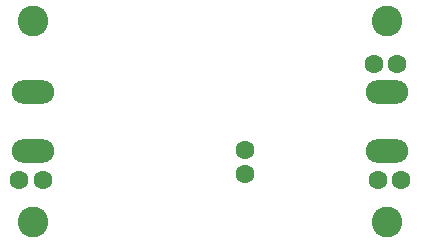
<source format=gbs>
G04*
G04 #@! TF.GenerationSoftware,Altium Limited,Altium Designer,20.1.8 (145)*
G04*
G04 Layer_Color=16711935*
%FSAX44Y44*%
%MOMM*%
G71*
G04*
G04 #@! TF.SameCoordinates,DAE18ED5-9265-4BEA-8E83-C5C8D91DC67F*
G04*
G04*
G04 #@! TF.FilePolarity,Negative*
G04*
G01*
G75*
%ADD64O,3.6000X2.0000*%
%ADD65C,2.6000*%
%ADD66C,1.6000*%
D64*
X00324840Y00085000D02*
D03*
Y00135000D02*
D03*
X00025000Y00085000D02*
D03*
Y00135000D02*
D03*
D65*
X00324840Y00025000D02*
D03*
Y00195000D02*
D03*
X00025000Y00025000D02*
D03*
Y00195000D02*
D03*
D66*
X00317090Y00060749D02*
D03*
X00313590Y00158750D02*
D03*
X00013781Y00060749D02*
D03*
X00033781D02*
D03*
X00333590Y00158750D02*
D03*
X00337090Y00060749D02*
D03*
X00205026Y00085703D02*
D03*
Y00065703D02*
D03*
M02*

</source>
